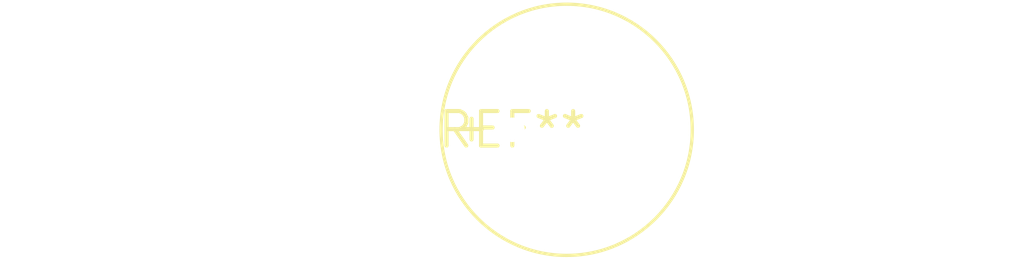
<source format=kicad_pcb>
(kicad_pcb (version 20240108) (generator pcbnew)
  (layers (0 "F.Cu" signal) (31 "B.Cu" signal) (34 "B.Paste" user) (35 "F.Paste" user) (36 "B.SilkS" user "B.Silkscreen") (37 "F.SilkS" user "F.Silkscreen") (38 "B.Mask" user) (39 "F.Mask" user) (44 "Edge.Cuts" user))
  (net 0 "")
  (footprint "MagneticBuzzer_PUI_AT-0927-TT-6-R" (layer "F.Cu") (at 0 0)
    (property "Reference" "REF**")
    (property "Value" "MagneticBuzzer_PUI_AT-0927-TT-6-R")
    (fp_circle (center 2 0) (end 6.62 0) (layer "F.SilkS") (stroke (width 0.12)) (fill none))
    (fp_text user "+" (at -1.5 -0.1 0) (layer "F.SilkS"))
    (pad "1" thru_hole rect (at 0 0) (size 1.6 1.6) (drill 0.9) (layers *.Cu *.Mask) (remove_unused_layers))
    (pad "2" thru_hole circle (at 4 0) (size 1.6 1.6) (drill 0.9) (layers *.Cu *.Mask) (remove_unused_layers))
  )
)
</source>
